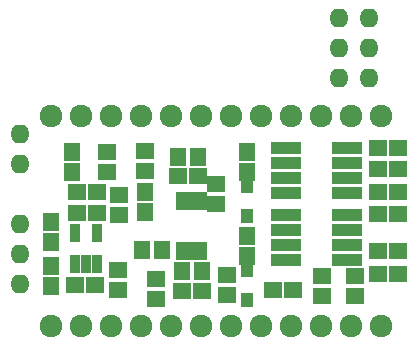
<source format=gts>
G04 (created by PCBNEW (2013-jul-07)-stable) date Mon 28 Dec 2015 12:48:25 PM PST*
%MOIN*%
G04 Gerber Fmt 3.4, Leading zero omitted, Abs format*
%FSLAX34Y34*%
G01*
G70*
G90*
G04 APERTURE LIST*
%ADD10C,0.00393701*%
%ADD11R,0.055048X0.059048*%
%ADD12R,0.059048X0.055048*%
%ADD13R,0.102348X0.039348*%
%ADD14R,0.039348X0.047148*%
%ADD15O,0.063748X0.063748*%
%ADD16R,0.037348X0.062948*%
%ADD17O,0.075748X0.075748*%
%ADD18R,0.027548X0.062948*%
G04 APERTURE END LIST*
G54D10*
G54D11*
X60331Y-40666D03*
X60331Y-39998D03*
G54D12*
X62851Y-44132D03*
X62851Y-44800D03*
X64721Y-42064D03*
X65389Y-42064D03*
G54D13*
X61631Y-40357D03*
X63677Y-40357D03*
X61631Y-39857D03*
X61631Y-40857D03*
X61631Y-41357D03*
X63677Y-39857D03*
X63677Y-40857D03*
X63677Y-41357D03*
G54D12*
X59307Y-41061D03*
X59307Y-41729D03*
G54D14*
X60331Y-42123D03*
X60331Y-41139D03*
G54D11*
X54504Y-40666D03*
X54504Y-39998D03*
X53796Y-42321D03*
X53796Y-42989D03*
X53796Y-43777D03*
X53796Y-44445D03*
G54D15*
X52760Y-39407D03*
X52760Y-40407D03*
X52760Y-42407D03*
X52760Y-43407D03*
X52760Y-44407D03*
G54D12*
X61217Y-44584D03*
X61885Y-44584D03*
G54D11*
X56945Y-41336D03*
X56945Y-42004D03*
X57515Y-43245D03*
X56847Y-43245D03*
G54D12*
X54603Y-44426D03*
X55271Y-44426D03*
X55685Y-39998D03*
X55685Y-40666D03*
G54D16*
X54603Y-43717D03*
X54977Y-43717D03*
X55351Y-43717D03*
X55351Y-42695D03*
X54603Y-42695D03*
G54D12*
X55350Y-42025D03*
X54682Y-42025D03*
X54682Y-41316D03*
X55350Y-41316D03*
X56040Y-44603D03*
X56040Y-43935D03*
X56079Y-42083D03*
X56079Y-41415D03*
G54D17*
X53807Y-38796D03*
X54807Y-38796D03*
X55807Y-38796D03*
X56807Y-38796D03*
X57807Y-38796D03*
X58807Y-38796D03*
X59807Y-38796D03*
X60807Y-38796D03*
X61807Y-38796D03*
X62807Y-38796D03*
X63807Y-38796D03*
X64807Y-38796D03*
X53807Y-45804D03*
X54807Y-45804D03*
X55807Y-45804D03*
X56807Y-45804D03*
X57807Y-45804D03*
X58807Y-45804D03*
X59807Y-45804D03*
X60807Y-45804D03*
X61807Y-45804D03*
X62807Y-45804D03*
X63807Y-45804D03*
X64807Y-45804D03*
G54D11*
X60331Y-43461D03*
X60331Y-42793D03*
G54D12*
X63953Y-44132D03*
X63953Y-44800D03*
X64721Y-41316D03*
X65389Y-41316D03*
G54D13*
X61631Y-42602D03*
X63677Y-42602D03*
X61631Y-42102D03*
X61631Y-43102D03*
X61631Y-43602D03*
X63677Y-42102D03*
X63677Y-43102D03*
X63677Y-43602D03*
G54D12*
X59662Y-44092D03*
X59662Y-44760D03*
G54D14*
X60331Y-44918D03*
X60331Y-43934D03*
G54D12*
X56945Y-39958D03*
X56945Y-40626D03*
G54D11*
X58028Y-40174D03*
X58696Y-40174D03*
G54D12*
X58696Y-40804D03*
X58028Y-40804D03*
G54D18*
X58097Y-41627D03*
X58353Y-41627D03*
X58608Y-41627D03*
X58864Y-41627D03*
X58864Y-43289D03*
X58608Y-43289D03*
X58353Y-43289D03*
X58097Y-43289D03*
G54D12*
X57299Y-44210D03*
X57299Y-44878D03*
G54D11*
X58854Y-43954D03*
X58186Y-43954D03*
G54D12*
X58186Y-44623D03*
X58854Y-44623D03*
X64721Y-40568D03*
X65389Y-40568D03*
X64721Y-43285D03*
X65389Y-43285D03*
G54D15*
X64414Y-36513D03*
X64414Y-37513D03*
X64414Y-35513D03*
X63414Y-35513D03*
X63414Y-36513D03*
X63414Y-37513D03*
G54D12*
X65389Y-39859D03*
X64721Y-39859D03*
X64721Y-44072D03*
X65389Y-44072D03*
M02*

</source>
